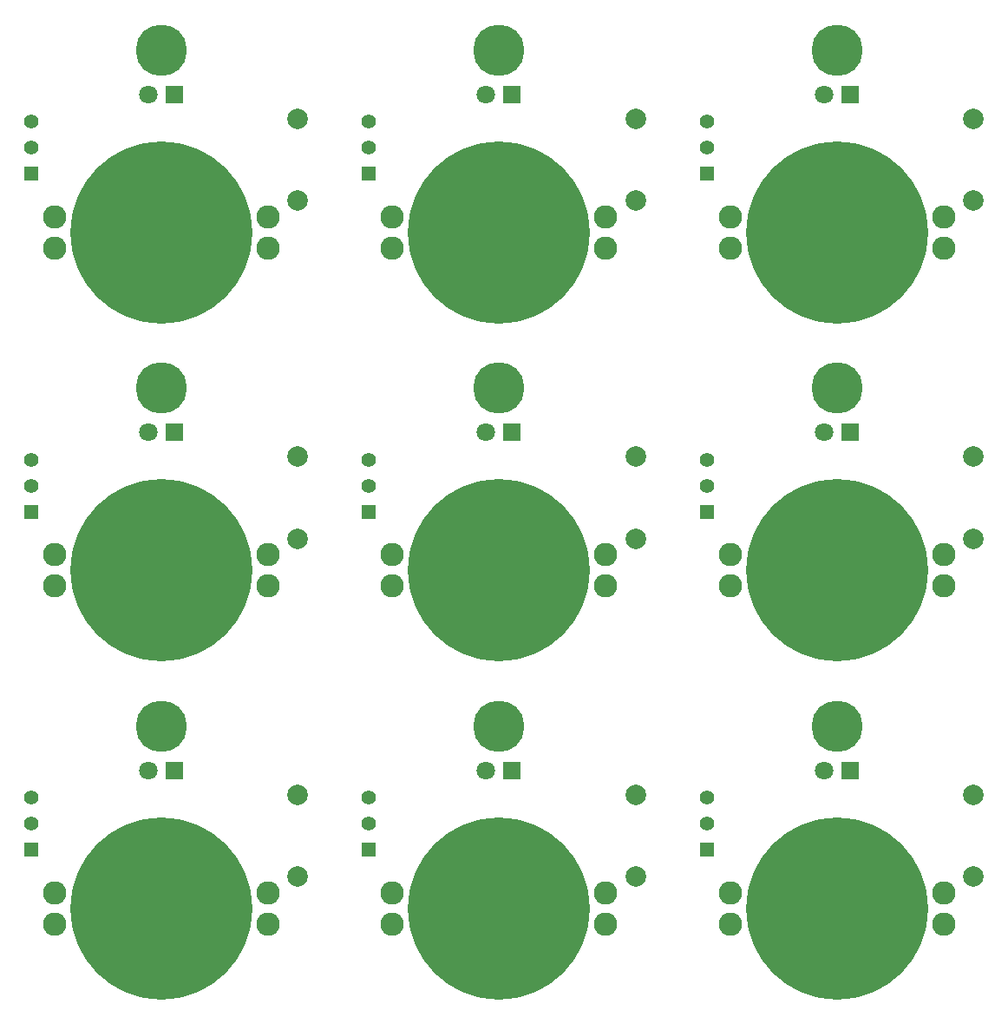
<source format=gbs>
%MOIN*%
%OFA0B0*%
%FSLAX46Y46*%
%IPPOS*%
%LPD*%
%ADD10C,0.0039370078740157488*%
%ADD11C,0.0787*%
%ADD12C,0.19685039370078741*%
%ADD13C,0.090000000000000011*%
%ADD14C,0.70000000000000007*%
%ADD15R,0.070866141732283464X0.070866141732283464*%
%ADD16C,0.070866141732283464*%
%ADD17R,0.055000000000000007X0.055000000000000007*%
%ADD18C,0.055000000000000007*%
%ADD29C,0.0039370078740157488*%
%ADD30C,0.0787*%
%ADD31C,0.19685039370078741*%
%ADD32C,0.090000000000000011*%
%ADD33C,0.70000000000000007*%
%ADD34R,0.070866141732283464X0.070866141732283464*%
%ADD35C,0.070866141732283464*%
%ADD36R,0.055000000000000007X0.055000000000000007*%
%ADD37C,0.055000000000000007*%
%ADD38C,0.0039370078740157488*%
%ADD39C,0.0787*%
%ADD40C,0.19685039370078741*%
%ADD41C,0.090000000000000011*%
%ADD42C,0.70000000000000007*%
%ADD43R,0.070866141732283464X0.070866141732283464*%
%ADD44C,0.070866141732283464*%
%ADD45R,0.055000000000000007X0.055000000000000007*%
%ADD46C,0.055000000000000007*%
%ADD47C,0.0039370078740157488*%
%ADD48C,0.0787*%
%ADD49C,0.19685039370078741*%
%ADD50C,0.090000000000000011*%
%ADD51C,0.70000000000000007*%
%ADD52R,0.070866141732283464X0.070866141732283464*%
%ADD53C,0.070866141732283464*%
%ADD54R,0.055000000000000007X0.055000000000000007*%
%ADD55C,0.055000000000000007*%
%ADD56C,0.0039370078740157488*%
%ADD57C,0.0787*%
%ADD58C,0.19685039370078741*%
%ADD59C,0.090000000000000011*%
%ADD60C,0.70000000000000007*%
%ADD61R,0.070866141732283464X0.070866141732283464*%
%ADD62C,0.070866141732283464*%
%ADD63R,0.055000000000000007X0.055000000000000007*%
%ADD64C,0.055000000000000007*%
%ADD65C,0.0039370078740157488*%
%ADD66C,0.0787*%
%ADD67C,0.19685039370078741*%
%ADD68C,0.090000000000000011*%
%ADD69C,0.70000000000000007*%
%ADD70R,0.070866141732283464X0.070866141732283464*%
%ADD71C,0.070866141732283464*%
%ADD72R,0.055000000000000007X0.055000000000000007*%
%ADD73C,0.055000000000000007*%
%ADD74C,0.0039370078740157488*%
%ADD75C,0.0787*%
%ADD76C,0.19685039370078741*%
%ADD77C,0.090000000000000011*%
%ADD78C,0.70000000000000007*%
%ADD79R,0.070866141732283464X0.070866141732283464*%
%ADD80C,0.070866141732283464*%
%ADD81R,0.055000000000000007X0.055000000000000007*%
%ADD82C,0.055000000000000007*%
%ADD83C,0.0039370078740157488*%
%ADD84C,0.0787*%
%ADD85C,0.19685039370078741*%
%ADD86C,0.090000000000000011*%
%ADD87C,0.70000000000000007*%
%ADD88R,0.070866141732283464X0.070866141732283464*%
%ADD89C,0.070866141732283464*%
%ADD90R,0.055000000000000007X0.055000000000000007*%
%ADD91C,0.055000000000000007*%
%ADD92C,0.0039370078740157488*%
%ADD93C,0.0787*%
%ADD94C,0.19685039370078741*%
%ADD95C,0.090000000000000011*%
%ADD96C,0.70000000000000007*%
%ADD97R,0.070866141732283464X0.070866141732283464*%
%ADD98C,0.070866141732283464*%
%ADD99R,0.055000000000000007X0.055000000000000007*%
%ADD100C,0.055000000000000007*%
G01*
D10*
D11*
X-0006300000Y0004050000D02*
X0001124999Y0000837480D03*
X0001124999Y0000522519D03*
D12*
X0000599999Y0001100000D03*
D13*
X0001009999Y0000340000D03*
X0000189999Y0000340000D03*
X0001009999Y0000460000D03*
X0000189999Y0000460000D03*
D14*
X0000599999Y0000400000D03*
D15*
X0000649999Y0000930000D03*
D16*
X0000549999Y0000930000D03*
D17*
X0000099999Y0000625000D03*
D18*
X0000099999Y0000725000D03*
X0000099999Y0000825000D03*
G04 next file*
G04 #@! TF.FileFunction,Soldermask,Bot*
G04 Gerber Fmt 4.6, Leading zero omitted, Abs format (unit mm)*
G04 Created by KiCad (PCBNEW 4.0.7) date 09/22/19 21:58:39*
G01*
G04 APERTURE LIST*
G04 APERTURE END LIST*
D29*
D30*
X-0006300000Y0005348425D02*
X0001124999Y0002135905D03*
X0001124999Y0001820945D03*
D31*
X0000599999Y0002398425D03*
D32*
X0001009999Y0001638425D03*
X0000189999Y0001638425D03*
X0001009999Y0001758425D03*
X0000189999Y0001758425D03*
D33*
X0000599999Y0001698425D03*
D34*
X0000649999Y0002228425D03*
D35*
X0000549999Y0002228425D03*
D36*
X0000099999Y0001923425D03*
D37*
X0000099999Y0002023425D03*
X0000099999Y0002123425D03*
G04 next file*
G04 #@! TF.FileFunction,Soldermask,Bot*
G04 Gerber Fmt 4.6, Leading zero omitted, Abs format (unit mm)*
G04 Created by KiCad (PCBNEW 4.0.7) date 09/22/19 21:58:39*
G01*
G04 APERTURE LIST*
G04 APERTURE END LIST*
D38*
D39*
X-0006300000Y0006646850D02*
X0001124999Y0003434330D03*
X0001124999Y0003119370D03*
D40*
X0000599999Y0003696850D03*
D41*
X0001009999Y0002936850D03*
X0000189999Y0002936850D03*
X0001009999Y0003056850D03*
X0000189999Y0003056850D03*
D42*
X0000599999Y0002996850D03*
D43*
X0000649999Y0003526850D03*
D44*
X0000549999Y0003526850D03*
D45*
X0000099999Y0003221850D03*
D46*
X0000099999Y0003321850D03*
X0000099999Y0003421850D03*
G04 next file*
G04 #@! TF.FileFunction,Soldermask,Bot*
G04 Gerber Fmt 4.6, Leading zero omitted, Abs format (unit mm)*
G04 Created by KiCad (PCBNEW 4.0.7) date 09/22/19 21:58:39*
G01*
G04 APERTURE LIST*
G04 APERTURE END LIST*
D47*
D48*
X-0005001574Y0004050000D02*
X0002423425Y0000837480D03*
X0002423425Y0000522519D03*
D49*
X0001898425Y0001100000D03*
D50*
X0002308425Y0000340000D03*
X0001488425Y0000340000D03*
X0002308425Y0000460000D03*
X0001488425Y0000460000D03*
D51*
X0001898425Y0000400000D03*
D52*
X0001948425Y0000930000D03*
D53*
X0001848425Y0000930000D03*
D54*
X0001398425Y0000625000D03*
D55*
X0001398425Y0000725000D03*
X0001398425Y0000825000D03*
G04 next file*
G04 #@! TF.FileFunction,Soldermask,Bot*
G04 Gerber Fmt 4.6, Leading zero omitted, Abs format (unit mm)*
G04 Created by KiCad (PCBNEW 4.0.7) date 09/04/18 12:43:30*
G01*
G04 APERTURE LIST*
G04 APERTURE END LIST*
D56*
D57*
X-0003703149Y0004050000D02*
X0003721850Y0000837480D03*
X0003721850Y0000522519D03*
D58*
X0003196850Y0001100000D03*
D59*
X0003606850Y0000340000D03*
X0002786850Y0000340000D03*
X0003606850Y0000460000D03*
X0002786850Y0000460000D03*
D60*
X0003196850Y0000400000D03*
D61*
X0003246850Y0000930000D03*
D62*
X0003146850Y0000930000D03*
D63*
X0002696850Y0000625000D03*
D64*
X0002696850Y0000725000D03*
X0002696850Y0000825000D03*
G04 next file*
G04 #@! TF.FileFunction,Soldermask,Bot*
G04 Gerber Fmt 4.6, Leading zero omitted, Abs format (unit mm)*
G04 Created by KiCad (PCBNEW 4.0.7) date 09/04/18 12:43:30*
G01*
G04 APERTURE LIST*
G04 APERTURE END LIST*
D65*
D66*
X-0005001574Y0005348425D02*
X0002423425Y0002135905D03*
X0002423425Y0001820945D03*
D67*
X0001898425Y0002398425D03*
D68*
X0002308425Y0001638425D03*
X0001488425Y0001638425D03*
X0002308425Y0001758425D03*
X0001488425Y0001758425D03*
D69*
X0001898425Y0001698425D03*
D70*
X0001948425Y0002228425D03*
D71*
X0001848425Y0002228425D03*
D72*
X0001398425Y0001923425D03*
D73*
X0001398425Y0002023425D03*
X0001398425Y0002123425D03*
G04 next file*
G04 #@! TF.FileFunction,Soldermask,Bot*
G04 Gerber Fmt 4.6, Leading zero omitted, Abs format (unit mm)*
G04 Created by KiCad (PCBNEW 4.0.7) date 09/04/18 12:43:30*
G01*
G04 APERTURE LIST*
G04 APERTURE END LIST*
D74*
D75*
X-0005001574Y0006646850D02*
X0002423425Y0003434330D03*
X0002423425Y0003119370D03*
D76*
X0001898425Y0003696850D03*
D77*
X0002308425Y0002936850D03*
X0001488425Y0002936850D03*
X0002308425Y0003056850D03*
X0001488425Y0003056850D03*
D78*
X0001898425Y0002996850D03*
D79*
X0001948425Y0003526850D03*
D80*
X0001848425Y0003526850D03*
D81*
X0001398425Y0003221850D03*
D82*
X0001398425Y0003321850D03*
X0001398425Y0003421850D03*
G04 next file*
G04 #@! TF.FileFunction,Soldermask,Bot*
G04 Gerber Fmt 4.6, Leading zero omitted, Abs format (unit mm)*
G04 Created by KiCad (PCBNEW 4.0.7) date 09/04/18 12:43:30*
G01*
G04 APERTURE LIST*
G04 APERTURE END LIST*
D83*
D84*
X-0003703149Y0005348425D02*
X0003721850Y0002135905D03*
X0003721850Y0001820945D03*
D85*
X0003196850Y0002398425D03*
D86*
X0003606850Y0001638425D03*
X0002786850Y0001638425D03*
X0003606850Y0001758425D03*
X0002786850Y0001758425D03*
D87*
X0003196850Y0001698425D03*
D88*
X0003246850Y0002228425D03*
D89*
X0003146850Y0002228425D03*
D90*
X0002696850Y0001923425D03*
D91*
X0002696850Y0002023425D03*
X0002696850Y0002123425D03*
G04 next file*
G04 #@! TF.FileFunction,Soldermask,Bot*
G04 Gerber Fmt 4.6, Leading zero omitted, Abs format (unit mm)*
G04 Created by KiCad (PCBNEW 4.0.7) date 09/04/18 12:43:30*
G01*
G04 APERTURE LIST*
G04 APERTURE END LIST*
D92*
D93*
X-0003703149Y0006646850D02*
X0003721850Y0003434330D03*
X0003721850Y0003119370D03*
D94*
X0003196850Y0003696850D03*
D95*
X0003606850Y0002936850D03*
X0002786850Y0002936850D03*
X0003606850Y0003056850D03*
X0002786850Y0003056850D03*
D96*
X0003196850Y0002996850D03*
D97*
X0003246850Y0003526850D03*
D98*
X0003146850Y0003526850D03*
D99*
X0002696850Y0003221850D03*
D100*
X0002696850Y0003321850D03*
X0002696850Y0003421850D03*
M02*
</source>
